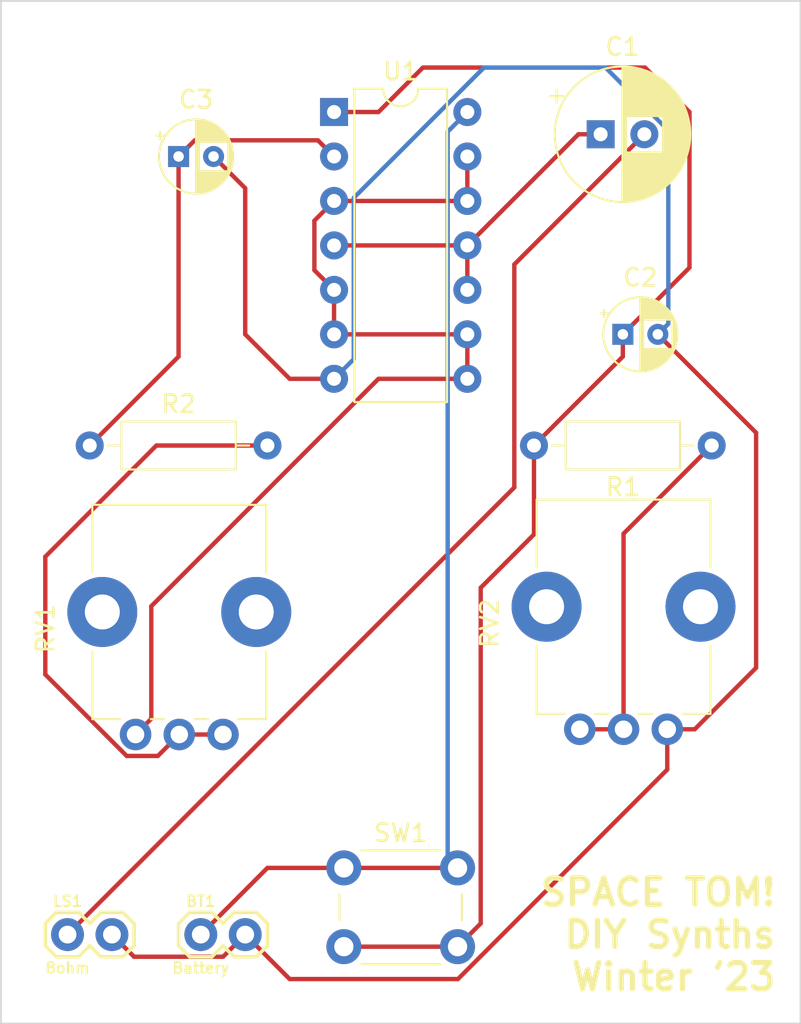
<source format=kicad_pcb>
(kicad_pcb (version 20211014) (generator pcbnew)
  (layers (0 "F.Cu" signal) (31 "B.Cu" signal) (34 "B.Paste" user) (35 "F.Paste" user) (36 "B.SilkS" user "B.Silkscreen") (37 "F.SilkS" user "F.Silkscreen") (38 "B.Mask" user) (39 "F.Mask" user) (44 "Edge.Cuts" user))
  (net 0 "")
  (net 1 "VCC")
  (net 2 "GND")
  (net 3 "Net-(C1-Pad1)")
  (net 4 "Net-(C1-Pad2)")
  (net 5 "Net-(C2-Pad1)")
  (net 6 "Net-(C3-Pad1)")
  (net 7 "Net-(R1-Pad1)")
  (net 8 "Net-(R2-Pad2)")
  (net 9 "Net-(RV1-Pad3)")
  (footprint "Sparkfun_Connectors:1X02" (layer "F.Cu") (at 105.41 78.74)
    (fp_text reference "LS1" (at 0 -1.905) (layer "F.SilkS") (effects (font (size 0.6096 0.6096) (thickness 0.127))))
    (fp_text value "8ohm" (at 0 1.905) (layer "F.SilkS") (effects (font (size 0.6096 0.6096) (thickness 0.127))))
    (fp_line (start 1.905 -1.27) (end 3.175 -1.27) (layer "F.SilkS") (width 0.2032))
    (fp_line (start -1.27 -0.635) (end -1.27 0.635) (layer "F.SilkS") (width 0.2032))
    (fp_line (start 3.175 -1.27) (end 3.81 -0.635) (layer "F.SilkS") (width 0.2032))
    (fp_line (start 0.635 1.27) (end -0.635 1.27) (layer "F.SilkS") (width 0.2032))
    (fp_line (start 3.81 -0.635) (end 3.81 0.635) (layer "F.SilkS") (width 0.2032))
    (fp_line (start 1.27 0.635) (end 0.635 1.27) (layer "F.SilkS") (width 0.2032))
    (fp_line (start -0.635 -1.27) (end -1.27 -0.635) (layer "F.SilkS") (width 0.2032))
    (fp_line (start 1.27 -0.635) (end 1.905 -1.27) (layer "F.SilkS") (width 0.2032))
    (fp_line (start 3.81 0.635) (end 3.175 1.27) (layer "F.SilkS") (width 0.2032))
    (fp_line (start -0.635 -1.27) (end 0.635 -1.27) (layer "F.SilkS") (width 0.2032))
    (fp_line (start -1.27 0.635) (end -0.635 1.27) (layer "F.SilkS") (width 0.2032))
    (fp_line (start 1.905 1.27) (end 1.27 0.635) (layer "F.SilkS") (width 0.2032))
    (fp_line (start 3.175 1.27) (end 1.905 1.27) (layer "F.SilkS") (width 0.2032))
    (fp_line (start 0.635 -1.27) (end 1.27 -0.635) (layer "F.SilkS") (width 0.2032))
    (pad "1" thru_hole circle locked (at 0 0) (size 1.8796 1.8796) (drill 1.016) (layers *.Cu *.Mask) (net 4 "Net-(C1-Pad2)"))
    (pad "2" thru_hole circle locked (at 2.54 0) (size 1.8796 1.8796) (drill 1.016) (layers *.Cu *.Mask) (net 2 "GND"))
  )
  (footprint "Potentiometer_THT:Potentiometer_Bourns_PTV09A-1_Single_Vertical" (layer "F.Cu") (at 114.3 67.31 90)
    (fp_text reference "RV1" (at 6.05 -10.15 90) (layer "F.SilkS"))
    (fp_text value "100k")
    (fp_line (start 0.88 -1.629) (end 0.88 -0.87) (layer "F.SilkS") (width 0.12))
    (fp_line (start 13.12 -7.47) (end 13.12 2.47) (layer "F.SilkS") (width 0.12))
    (fp_line (start 0.88 -7.47) (end 4.745 -7.47) (layer "F.SilkS") (width 0.12))
    (fp_line (start 9.255 -7.47) (end 13.12 -7.47) (layer "F.SilkS") (width 0.12))
    (fp_line (start 0.88 -7.47) (end 0.88 -5.871) (layer "F.SilkS") (width 0.12))
    (fp_line (start 9.255 2.47) (end 13.12 2.47) (layer "F.SilkS") (width 0.12))
    (fp_line (start 0.88 0.87) (end 0.88 2.47) (layer "F.SilkS") (width 0.12))
    (fp_line (start 0.88 2.47) (end 4.745 2.47) (layer "F.SilkS") (width 0.12))
    (fp_line (start 0.88 -4.129) (end 0.88 -3.37) (layer "F.SilkS") (width 0.12))
    (pad "" np_thru_hole circle (at 7 1.9 90) (size 4 4) (drill 2) (layers *.Cu *.Mask))
    (pad "" np_thru_hole circle (at 7 -6.9 90) (size 4 4) (drill 2) (layers *.Cu *.Mask))
    (pad "1" thru_hole circle (at 0 0 90) (size 1.8 1.8) (drill 1) (layers *.Cu *.Mask) (net 8 "Net-(R2-Pad2)"))
    (pad "2" thru_hole circle (at 0 -2.5 90) (size 1.8 1.8) (drill 1) (layers *.Cu *.Mask) (net 8 "Net-(R2-Pad2)"))
    (pad "3" thru_hole circle (at 0 -5 90) (size 1.8 1.8) (drill 1) (layers *.Cu *.Mask) (net 9 "Net-(RV1-Pad3)"))
  )
  (footprint "Resistor_THT:R_Axial_DIN0207_L6.3mm_D2.5mm_P10.16mm_Horizontal" (layer "F.Cu") (at 142.24 50.8 180)
    (fp_text reference "R1" (at 5.08 -2.37) (layer "F.SilkS"))
    (fp_text value "1k")
    (fp_line (start 1.81 1.37) (end 8.35 1.37) (layer "F.SilkS") (width 0.12))
    (fp_line (start 1.04 0) (end 1.81 0) (layer "F.SilkS") (width 0.12))
    (fp_line (start 8.35 1.37) (end 8.35 -1.37) (layer "F.SilkS") (width 0.12))
    (fp_line (start 1.81 -1.37) (end 1.81 1.37) (layer "F.SilkS") (width 0.12))
    (fp_line (start 8.35 -1.37) (end 1.81 -1.37) (layer "F.SilkS") (width 0.12))
    (fp_line (start 9.12 0) (end 8.35 0) (layer "F.SilkS") (width 0.12))
    (pad "1" thru_hole circle (at 0 0 180) (size 1.6 1.6) (drill 0.8) (layers *.Cu *.Mask) (net 7 "Net-(R1-Pad1)"))
    (pad "2" thru_hole oval (at 10.16 0 180) (size 1.6 1.6) (drill 0.8) (layers *.Cu *.Mask) (net 5 "Net-(C2-Pad1)"))
  )
  (footprint "Capacitor_THT:CP_Radial_D4.0mm_P2.00mm" (layer "F.Cu") (at 137.16 44.45)
    (fp_text reference "C2" (at 1 -3.25) (layer "F.SilkS"))
    (fp_text value "10uF")
    (fp_line (start 2.241 0.84) (end 2.241 1.68) (layer "F.SilkS") (width 0.12))
    (fp_line (start 2.721 -1.2) (end 2.721 -0.84) (layer "F.SilkS") (width 0.12))
    (fp_line (start 1.52 0.84) (end 1.52 2.016) (layer "F.SilkS") (width 0.12))
    (fp_line (start 2.481 0.84) (end 2.481 1.478) (layer "F.SilkS") (width 0.12))
    (fp_line (start 2.561 0.84) (end 2.561 1.396) (layer "F.SilkS") (width 0.12))
    (fp_line (start 1.08 -2.079) (end 1.08 2.079) (layer "F.SilkS") (width 0.12))
    (fp_line (start 2.641 -1.304) (end 2.641 -0.84) (layer "F.SilkS") (width 0.12))
    (fp_line (start 1.841 -1.907) (end 1.841 -0.84) (layer "F.SilkS") (width 0.12))
    (fp_line (start 2.561 -1.396) (end 2.561 -0.84) (layer "F.SilkS") (width 0.12))
    (fp_line (start 1.36 -2.05) (end 1.36 -0.84) (layer "F.SilkS") (width 0.12))
    (fp_line (start 1.921 0.84) (end 1.921 1.87) (layer "F.SilkS") (width 0.12))
    (fp_line (start 1.6 -1.994) (end 1.6 -0.84) (layer "F.SilkS") (width 0.12))
    (fp_line (start 1.44 0.84) (end 1.44 2.034) (layer "F.SilkS") (width 0.12))
    (fp_line (start 1.56 0.84) (end 1.56 2.005) (layer "F.SilkS") (width 0.12))
    (fp_line (start 2.361 -1.587) (end 2.361 -0.84) (layer "F.SilkS") (width 0.12))
    (fp_line (start 1.4 0.84) (end 1.4 2.042) (layer "F.SilkS") (width 0.12))
    (fp_line (start 2.081 0.84) (end 2.081 1.785) (layer "F.SilkS") (width 0.12))
    (fp_line (start 1.721 -1.954) (end 1.721 -0.84) (layer "F.SilkS") (width 0.12))
    (fp_line (start 2.841 -1.013) (end 2.841 1.013) (layer "F.SilkS") (width 0.12))
    (fp_line (start 1.921 -1.87) (end 1.921 -0.84) (layer "F.SilkS") (width 0.12))
    (fp_line (start 2.521 -1.438) (end 2.521 -0.84) (layer "F.SilkS") (width 0.12))
    (fp_line (start 2.401 0.84) (end 2.401 1.552) (layer "F.SilkS") (width 0.12))
    (fp_line (start 2.761 -1.142) (end 2.761 -0.84) (layer "F.SilkS") (width 0.12))
    (fp_line (start 1.32 -2.056) (end 1.32 -0.84) (layer "F.SilkS") (width 0.12))
    (fp_line (start 2.161 -1.735) (end 2.161 -0.84) (layer "F.SilkS") (width 0.12))
    (fp_line (start 1.48 -2.025) (end 1.48 -0.84) (layer "F.SilkS") (width 0.12))
    (fp_line (start 1.44 -2.034) (end 1.44 -0.84) (layer "F.SilkS") (width 0.12))
    (fp_line (start 1.961 -1.851) (end 1.961 -0.84) (layer "F.SilkS") (width 0.12))
    (fp_line (start 2.801 0.84) (end 2.801 1.08) (layer "F.SilkS") (width 0.12))
    (fp_line (start 2.121 0.84) (end 2.121 1.76) (layer "F.SilkS") (width 0.12))
    (fp_line (start 2.161 0.84) (end 2.161 1.735) (layer "F.SilkS") (width 0.12))
    (fp_line (start 2.401 -1.552) (end 2.401 -0.84) (layer "F.SilkS") (width 0.12))
    (fp_line (start 2.081 -1.785) (end 2.081 -0.84) (layer "F.SilkS") (width 0.12))
    (fp_line (start 1.36 0.84) (end 1.36 2.05) (layer "F.SilkS") (width 0.12))
    (fp_line (start 2.241 -1.68) (end 2.241 -0.84) (layer "F.SilkS") (width 0.12))
    (fp_line (start 2.801 -1.08) (end 2.801 -0.84) (layer "F.SilkS") (width 0.12))
    (fp_line (start 1.24 0.84) (end 1.24 2.067) (layer "F.SilkS") (width 0.12))
    (fp_line (start 1.4 -2.042) (end 1.4 -0.84) (layer "F.SilkS") (width 0.12))
    (fp_line (start 2.761 0.84) (end 2.761 1.142) (layer "F.SilkS") (width 0.12))
    (fp_line (start 1.24 -2.067) (end 1.24 -0.84) (layer "F.SilkS") (width 0.12))
    (fp_line (start 2.441 -1.516) (end 2.441 -0.84) (layer "F.SilkS") (width 0.12))
    (fp_line (start 2.361 0.84) (end 2.361 1.587) (layer "F.SilkS") (width 0.12))
    (fp_line (start 2.601 0.84) (end 2.601 1.351) (layer "F.SilkS") (width 0.12))
    (fp_line (start 2.521 0.84) (end 2.521 1.438) (layer "F.SilkS") (width 0.12))
    (fp_line (start 1.2 -2.071) (end 1.2 -0.84) (layer "F.SilkS") (width 0.12))
    (fp_line (start 1.761 0.84) (end 1.761 1.94) (layer "F.SilkS") (width 0.12))
    (fp_line (start 2.281 0.84) (end 2.281 1.65) (layer "F.SilkS") (width 0.12))
    (fp_line (start 1.68 0.84) (end 1.68 1.968) (layer "F.SilkS") (width 0.12))
    (fp_line (start 2.041 0.84) (end 2.041 1.808) (layer "F.SilkS") (width 0.12))
    (fp_line (start 1.12 -2.077) (end 1.12 2.077) (layer "F.SilkS") (width 0.12))
    (fp_line (start 2.881 -0.94) (end 2.881 0.94) (layer "F.SilkS") (width 0.12))
    (fp_line (start 2.681 -1.254) (end 2.681 -0.84) (layer "F.SilkS") (width 0.12))
    (fp_line (start 2.201 -1.708) (end 2.201 -0.84) (layer "F.SilkS") (width 0.12))
    (fp_line (start 1.28 -2.062) (end 1.28 -0.84) (layer "F.SilkS") (width 0.12))
    (fp_line (start 1.961 0.84) (end 1.961 1.851) (layer "F.SilkS") (width 0.12))
    (fp_line (start 2.681 0.84) (end 2.681 1.254) (layer "F.SilkS") (width 0.12))
    (fp_line (start 2.921 -0.859) (end 2.921 0.859) (layer "F.SilkS") (width 0.12))
    (fp_line (start 1.881 -1.889) (end 1.881 -0.84) (layer "F.SilkS") (width 0.12))
    (fp_line (start 2.601 -1.351) (end 2.601 -0.84) (layer "F.SilkS") (width 0.12))
    (fp_line (start 1.881 0.84) (end 1.881 1.889) (layer "F.SilkS") (width 0.12))
    (fp_line (start 2.201 0.84) (end 2.201 1.708) (layer "F.SilkS") (width 0.12))
    (fp_line (start 2.041 -1.808) (end 2.041 -0.84) (layer "F.SilkS") (width 0.12))
    (fp_line (start 1.2 0.84) (end 1.2 2.071) (layer "F.SilkS") (width 0.12))
    (fp_line (start 1.16 -2.074) (end 1.16 2.074) (layer "F.SilkS") (width 0.12))
    (fp_line (start 1 -2.08) (end 1 2.08) (layer "F.SilkS") (width 0.12))
    (fp_line (start 1.6 0.84) (end 1.6 1.994) (layer "F.SilkS") (width 0.12))
    (fp_line (start 2.001 0.84) (end 2.001 1.83) (layer "F.SilkS") (width 0.12))
    (fp_line (start 3.001 -0.664) (end 3.001 0.664) (layer "F.SilkS") (width 0.12))
    (fp_line (start 1.28 0.84) (end 1.28 2.062) (layer "F.SilkS") (width 0.12))
    (fp_line (start 1.56 -2.005) (end 1.56 -0.84) (layer "F.SilkS") (width 0.12))
    (fp_line (start 1.64 0.84) (end 1.64 1.982) (layer "F.SilkS") (width 0.12))
    (fp_line (start 2.961 -0.768) (end 2.961 0.768) (layer "F.SilkS") (width 0.12))
    (fp_line (start -1.269801 -1.195) (end -0.869801 -1.195) (layer "F.SilkS") (width 0.12))
    (fp_line (start 1.04 -2.08) (end 1.04 2.08) (layer "F.SilkS") (width 0.12))
    (fp_line (start 2.441 0.84) (end 2.441 1.516) (layer "F.SilkS") (width 0.12))
    (fp_line (start 2.721 0.84) (end 2.721 1.2) (layer "F.SilkS") (width 0.12))
    (fp_line (start 2.321 0.84) (end 2.321 1.619) (layer "F.SilkS") (width 0.12))
    (fp_line (start 1.64 -1.982) (end 1.64 -0.84) (layer "F.SilkS") (width 0.12))
    (fp_line (start 1.721 0.84) (end 1.721 1.954) (layer "F.SilkS") (width 0.12))
    (fp_line (start 1.52 -2.016) (end 1.52 -0.84) (layer "F.SilkS") (width 0.12))
    (fp_line (start 1.48 0.84) (end 1.48 2.025) (layer "F.SilkS") (width 0.12))
    (fp_line (start 2.001 -1.83) (end 2.001 -0.84) (layer "F.SilkS") (width 0.12))
    (fp_line (start 2.481 -1.478) (end 2.481 -0.84) (layer "F.SilkS") (width 0.12))
    (fp_line (start 1.68 -1.968) (end 1.68 -0.84) (layer "F.SilkS") (width 0.12))
    (fp_line (start 3.081 -0.37) (end 3.081 0.37) (layer "F.SilkS") (width 0.12))
    (fp_line (start 2.281 -1.65) (end 2.281 -0.84) (layer "F.SilkS") (width 0.12))
    (fp_line (start -1.069801 -1.395) (end -1.069801 -0.995) (layer "F.SilkS") (width 0.12))
    (fp_line (start 2.121 -1.76) (end 2.121 -0.84) (layer "F.SilkS") (width 0.12))
    (fp_line (start 1.801 -1.924) (end 1.801 -0.84) (layer "F.SilkS") (width 0.12))
    (fp_line (start 3.041 -0.537) (end 3.041 0.537) (layer "F.SilkS") (width 0.12))
    (fp_line (start 1.801 0.84) (end 1.801 1.924) (layer "F.SilkS") (width 0.12))
    (fp_line (start 2.321 -1.619) (end 2.321 -0.84) (layer "F.SilkS") (width 0.12))
    (fp_line (start 1.32 0.84) (end 1.32 2.056) (layer "F.SilkS") (width 0.12))
    (fp_line (start 1.841 0.84) (end 1.841 1.907) (layer "F.SilkS") (width 0.12))
    (fp_line (start 1.761 -1.94) (end 1.761 -0.84) (layer "F.SilkS") (width 0.12))
    (fp_line (start 2.641 0.84) (end 2.641 1.304) (layer "F.SilkS") (width 0.12))
    (fp_circle (center 1 0) (end 3.12 0) (layer "F.SilkS") (width 0.12) (fill none))
    (pad "1" thru_hole rect (at 0 0) (size 1.2 1.2) (drill 0.6) (layers *.Cu *.Mask) (net 5 "Net-(C2-Pad1)"))
    (pad "2" thru_hole circle (at 2 0) (size 1.2 1.2) (drill 0.6) (layers *.Cu *.Mask) (net 2 "GND"))
  )
  (footprint "Potentiometer_THT:Potentiometer_Bourns_PTV09A-1_Single_Vertical" (layer "F.Cu") (at 139.7 67.01 90)
    (fp_text reference "RV2" (at 6.05 -10.15 90) (layer "F.SilkS"))
    (fp_text value "100k")
    (fp_line (start 0.88 -1.629) (end 0.88 -0.87) (layer "F.SilkS") (width 0.12))
    (fp_line (start 9.255 2.47) (end 13.12 2.47) (layer "F.SilkS") (width 0.12))
    (fp_line (start 0.88 -7.47) (end 4.745 -7.47) (layer "F.SilkS") (width 0.12))
    (fp_line (start 0.88 2.47) (end 4.745 2.47) (layer "F.SilkS") (width 0.12))
    (fp_line (start 13.12 -7.47) (end 13.12 2.47) (layer "F.SilkS") (width 0.12))
    (fp_line (start 0.88 -4.129) (end 0.88 -3.37) (layer "F.SilkS") (width 0.12))
    (fp_line (start 0.88 0.87) (end 0.88 2.47) (layer "F.SilkS") (width 0.12))
    (fp_line (start 0.88 -7.47) (end 0.88 -5.871) (layer "F.SilkS") (width 0.12))
    (fp_line (start 9.255 -7.47) (end 13.12 -7.47) (layer "F.SilkS") (width 0.12))
    (pad "" np_thru_hole circle (at 7 1.9 90) (size 4 4) (drill 2) (layers *.Cu *.Mask))
    (pad "" np_thru_hole circle (at 7 -6.9 90) (size 4 4) (drill 2) (layers *.Cu *.Mask))
    (pad "1" thru_hole circle (at 0 0 90) (size 1.8 1.8) (drill 1) (layers *.Cu *.Mask) (net 2 "GND"))
    (pad "2" thru_hole circle (at 0 -2.5 90) (size 1.8 1.8) (drill 1) (layers *.Cu *.Mask) (net 7 "Net-(R1-Pad1)"))
    (pad "3" thru_hole circle (at 0 -5 90) (size 1.8 1.8) (drill 1) (layers *.Cu *.Mask) (net 7 "Net-(R1-Pad1)"))
  )
  (footprint "Resistor_THT:R_Axial_DIN0207_L6.3mm_D2.5mm_P10.16mm_Horizontal" (layer "F.Cu") (at 106.68 50.8)
    (fp_text reference "R2" (at 5.08 -2.37) (layer "F.SilkS"))
    (fp_text value "1k")
    (fp_line (start 1.04 0) (end 1.81 0) (layer "F.SilkS") (width 0.12))
    (fp_line (start 1.81 1.37) (end 8.35 1.37) (layer "F.SilkS") (width 0.12))
    (fp_line (start 8.35 -1.37) (end 1.81 -1.37) (layer "F.SilkS") (width 0.12))
    (fp_line (start 8.35 1.37) (end 8.35 -1.37) (layer "F.SilkS") (width 0.12))
    (fp_line (start 9.12 0) (end 8.35 0) (layer "F.SilkS") (width 0.12))
    (fp_line (start 1.81 -1.37) (end 1.81 1.37) (layer "F.SilkS") (width 0.12))
    (pad "1" thru_hole circle (at 0 0) (size 1.6 1.6) (drill 0.8) (layers *.Cu *.Mask) (net 6 "Net-(C3-Pad1)"))
    (pad "2" thru_hole oval (at 10.16 0) (size 1.6 1.6) (drill 0.8) (layers *.Cu *.Mask) (net 8 "Net-(R2-Pad2)"))
  )
  (footprint "Capacitor_THT:CP_Radial_D7.5mm_P2.50mm" (layer "F.Cu") (at 135.89 33.02)
    (fp_text reference "C1" (at 1.25 -5) (layer "F.SilkS"))
    (fp_text value "100uf+")
    (fp_line (start 3.771 -2.898) (end 3.771 2.898) (layer "F.SilkS") (width 0.12))
    (fp_line (start 2.291 -3.688) (end 2.291 -1.04) (layer "F.SilkS") (width 0.12))
    (fp_line (start 1.85 -3.784) (end 1.85 -1.04) (layer "F.SilkS") (width 0.12))
    (fp_line (start 1.81 -3.79) (end 1.81 -1.04) (layer "F.SilkS") (width 0.12))
    (fp_line (start 3.811 -2.863) (end 3.811 2.863) (layer "F.SilkS") (width 0.12))
    (fp_line (start 2.571 -3.598) (end 2.571 -1.04) (layer "F.SilkS") (width 0.12))
    (fp_line (start 1.77 1.04) (end 1.77 3.795) (layer "F.SilkS") (width 0.12))
    (fp_line (start 2.011 -3.755) (end 2.011 -1.04) (layer "F.SilkS") (width 0.12))
    (fp_line (start 2.971 -3.427) (end 2.971 -1.04) (layer "F.SilkS") (width 0.12))
    (fp_line (start 2.691 1.04) (end 2.691 3.553) (layer "F.SilkS") (width 0.12))
    (fp_line (start 4.171 -2.5) (end 4.171 2.5) (layer "F.SilkS") (width 0.12))
    (fp_line (start 2.731 1.04) (end 2.731 3.536) (layer "F.SilkS") (width 0.12))
    (fp_line (start 3.331 1.04) (end 3.331 3.224) (layer "F.SilkS") (width 0.12))
    (fp_line (start 1.57 1.04) (end 1.57 3.817) (layer "F.SilkS") (width 0.12))
    (fp_line (start 1.93 -3.77) (end 1.93 -1.04) (layer "F.SilkS") (width 0.12))
    (fp_line (start 2.331 1.04) (end 2.331 3.677) (layer "F.SilkS") (width 0.12))
    (fp_line (start 3.651 -2.996) (end 3.651 2.996) (layer "F.SilkS") (width 0.12))
    (fp_line (start 4.811 -1.478) (end 4.811 1.478) (layer "F.SilkS") (width 0.12))
    (fp_line (start 4.491 -2.077) (end 4.491 2.077) (layer "F.SilkS") (width 0.12))
    (fp_line (start 4.051 -2.632) (end 4.051 2.632) (layer "F.SilkS") (width 0.12))
    (fp_line (start 2.011 1.04) (end 2.011 3.755) (layer "F.SilkS") (width 0.12))
    (fp_line (start 3.851 -2.827) (end 3.851 2.827) (layer "F.SilkS") (width 0.12))
    (fp_line (start 3.491 1.04) (end 3.491 3.116) (layer "F.SilkS") (width 0.12))
    (fp_line (start 4.451 -2.137) (end 4.451 2.137) (layer "F.SilkS") (width 0.12))
    (fp_line (start 2.931 1.04) (end 2.931 3.447) (layer "F.SilkS") (width 0.12))
    (fp_line (start 3.051 -3.386) (end 3.051 -1.04) (layer "F.SilkS") (width 0.12))
    (fp_line (start 3.931 -2.752) (end 3.931 2.752) (layer "F.SilkS") (width 0.12))
    (fp_line (start 2.091 1.04) (end 2.091 3.738) (layer "F.SilkS") (width 0.12))
    (fp_line (start 4.291 -2.355) (end 4.291 2.355) (layer "F.SilkS") (width 0.12))
    (fp_line (start 1.65 1.04) (end 1.65 3.81) (layer "F.SilkS") (width 0.12))
    (fp_line (start 2.131 1.04) (end 2.131 3.729) (layer "F.SilkS") (width 0.12))
    (fp_line (start 3.291 -3.249) (end 3.291 -1.04) (layer "F.SilkS") (width 0.12))
    (fp_line (start 2.771 1.04) (end 2.771 3.52) (layer "F.SilkS") (width 0.12))
    (fp_line (start 2.971 1.04) (end 2.971 3.427) (layer "F.SilkS") (width 0.12))
    (fp_line (start 4.011 -2.673) (end 4.011 2.673) (layer "F.SilkS") (width 0.12))
    (fp_line (start 3.331 -3.224) (end 3.331 -1.04) (layer "F.SilkS") (width 0.12))
    (fp_line (start 2.451 -3.64) (end 2.451 -1.04) (layer "F.SilkS") (width 0.12))
    (fp_line (start 3.451 -3.144) (end 3.451 -1.04) (layer "F.SilkS") (width 0.12))
    (fp_line (start 3.411 1.04) (end 3.411 3.172) (layer "F.SilkS") (width 0.12))
    (fp_line (start 4.771 -1.569) (end 4.771 1.569) (layer "F.SilkS") (width 0.12))
    (fp_line (start 2.331 -3.677) (end 2.331 -1.04) (layer "F.SilkS") (width 0.12))
    (fp_line (start 3.371 1.04) (end 3.371 3.198) (layer "F.SilkS") (width 0.12))
    (fp_line (start 2.811 -3.502) (end 2.811 -1.04) (layer "F.SilkS") (width 0.12))
    (fp_line (start 3.971 -2.713) (end 3.971 2.713) (layer "F.SilkS") (width 0.12))
    (fp_line (start 3.251 -3.274) (end 3.251 -1.04) (layer "F.SilkS") (width 0.12))
    (fp_line (start 2.731 -3.536) (end 2.731 -1.04) (layer "F.SilkS") (width 0.12))
    (fp_line (start 2.051 -3.747) (end 2.051 -1.04) (layer "F.SilkS") (width 0.12))
    (fp_line (start 4.971 -1.028) (end 4.971 1.028) (layer "F.SilkS") (width 0.12))
    (fp_line (start 2.531 1.04) (end 2.531 3.613) (layer "F.SilkS") (width 0.12))
    (fp_line (start 4.731 -1.654) (end 4.731 1.654) (layer "F.SilkS") (width 0.12))
    (fp_line (start 2.691 -3.553) (end 2.691 -1.04) (layer "F.SilkS") (width 0.12))
    (fp_line (start 2.211 1.04) (end 2.211 3.71) (layer "F.SilkS") (width 0.12))
    (fp_line (start 1.61 -3.814) (end 1.61 -1.04) (layer "F.SilkS") (width 0.12))
    (fp_line (start 3.211 -3.297) (end 3.211 -1.04) (layer "F.SilkS") (width 0.12))
    (fp_line (start 2.571 1.04) (end 2.571 3.598) (layer "F.SilkS") (width 0.12))
    (fp_line (start 1.73 1.04) (end 1.73 3.801) (layer "F.SilkS") (width 0.12))
    (fp_line (start 2.411 1.04) (end 2.411 3.653) (layer "F.SilkS") (width 0.12))
    (fp_line (start 5.091 -0.441) (end 5.091 0.441) (layer "F.SilkS") (width 0.12))
    (fp_line (start 4.251 -2.405) (end 4.251 2.405) (layer "F.SilkS") (width 0.12))
    (fp_line (start 1.25 -3.83) (end 1.25 3.83) (layer "F.SilkS") (width 0.12))
    (fp_line (start 2.371 1.04) (end 2.371 3.665) (layer "F.SilkS") (width 0.12))
    (fp_line (start 3.531 1.04) (end 3.531 3.088) (layer "F.SilkS") (width 0.12))
    (fp_line (start 1.971 1.04) (end 1.971 3.763) (layer "F.SilkS") (width 0.12))
    (fp_line (start 4.691 -1.733) (end 4.691 1.733) (layer "F.SilkS") (width 0.12))
    (fp_line (start 3.691 -2.964) (end 3.691 2.964) (layer "F.SilkS") (width 0.12))
    (fp_line (start 3.011 1.04) (end 3.011 3.407) (layer "F.SilkS") (width 0.12))
    (fp_line (start 1.89 1.04) (end 1.89 3.777) (layer "F.SilkS") (width 0.12))
    (fp_line (start 2.251 1.04) (end 2.251 3.699) (layer "F.SilkS") (width 0.12))
    (fp_line (start 1.971 -3.763) (end 1.971 -1.04) (layer "F.SilkS") (width 0.12))
    (fp_line (start 1.77 -3.795) (end 1.77 -1.04) (layer "F.SilkS") (width 0.12))
    (fp_line (start 2.291 1.04) (end 2.291 3.688) (layer "F.SilkS") (width 0.12))
    (fp_line (start 2.251 -3.699) (end 2.251 -1.04) (layer "F.SilkS") (width 0.12))
    (fp_line (start 1.29 -3.83) (end 1.29 3.83) (layer "F.SilkS") (width 0.12))
    (fp_line (start 3.091 -3.365) (end 3.091 -1.04) (layer "F.SilkS") (width 0.12))
    (fp_line (start 3.531 -3.088) (end 3.531 -1.04) (layer "F.SilkS") (width 0.12))
    (fp_line (start 2.451 1.04) (end 2.451 3.64) (layer "F.SilkS") (width 0.12))
    (fp_line (start 3.371 -3.198) (end 3.371 -1.04) (layer "F.SilkS") (width 0.12))
    (fp_line (start 4.131 -2.546) (end 4.131 2.546) (layer "F.SilkS") (width 0.12))
    (fp_line (start 5.051 -0.693) (end 5.051 0.693) (layer "F.SilkS") (width 0.12))
    (fp_line (start 2.371 -3.665) (end 2.371 -1.04) (layer "F.SilkS") (width 0.12))
    (fp_line (start 1.85 1.04) (end 1.85 3.784) (layer "F.SilkS") (width 0.12))
    (fp_line (start 2.131 -3.729) (end 2.131 -1.04) (layer "F.SilkS") (width 0.12))
    (fp_line (start 3.131 -3.343) (end 3.131 -1.04) (layer "F.SilkS") (width 0.12))
    (fp_line (start 2.171 -3.72) (end 2.171 -1.04) (layer "F.SilkS") (width 0.12))
    (fp_line (start 3.051 1.04) (end 3.051 3.386) (layer "F.SilkS") (width 0.12))
    (fp_line (start 4.931 -1.158) (end 4.931 1.158) (layer "F.SilkS") (width 0.12))
    (fp_line (start 3.291 1.04) (end 3.291 3.249) (layer "F.SilkS") (width 0.12))
    (fp_line (start 4.651 -1.809) (end 4.651 1.809) (layer "F.SilkS") (width 0.12))
    (fp_line (start 2.891 1.04) (end 2.891 3.466) (layer "F.SilkS") (width 0.12))
    (fp_line (start 2.051 1.04) (end 2.051 3.747) (layer "F.SilkS") (width 0.12))
    (fp_line (start 1.53 -3.82) (end 1.53 -1.04) (layer "F.SilkS") (width 0.12))
    (fp_line (start 3.411 -3.172) (end 3.411 -1.04) (layer "F.SilkS") (width 0.12))
    (fp_line (start 2.611 -3.584) (end 2.611 -1.04) (layer "F.SilkS") (width 0.12))
    (fp_line (start 3.171 1.04) (end 3.171 3.321) (layer "F.SilkS") (width 0.12))
    (fp_line (start 2.851 -3.484) (end 2.851 -1.04) (layer "F.SilkS") (width 0.12))
    (fp_line (start 2.091 -3.738) (end 2.091 -1.04) (layer "F.SilkS") (width 0.12))
    (fp_line (start 2.811 1.04) (end 2.811 3.502) (layer "F.SilkS") (width 0.12))
    (fp_line (start 2.211 -3.71) (end 2.211 -1.04) (layer "F.SilkS") (width 0.12))
    (fp_line (start 4.611 -1.881) (end 4.611 1.881) (layer "F.SilkS") (width 0.12))
    (fp_line (start 1.41 -3.827) (end 1.41 3.827) (layer "F.SilkS") (width 0.12))
    (fp_line (start 1.89 -3.777) (end 1.89 -1.04) (layer "F.SilkS") (width 0.12))
    (fp_line (start 4.371 -2.25) (end 4.371 2.25) (layer "F.SilkS") (width 0.12))
    (fp_line (start 1.49 1.04) (end 1.49 3.823) (layer "F.SilkS") (width 0.12))
    (fp_line (start 4.331 -2.304) (end 4.331 2.304) (layer "F.SilkS") (width 0.12))
    (fp_line (start 2.891 -3.466) (end 2.891 -1.04) (layer "F.SilkS") (width 0.12))
    (fp_line (start 1.69 1.04) (end 1.69 3.805) (layer "F.SilkS") (width 0.12))
    (fp_line (start 1.93 1.04) (end 1.93 3.77) (layer "F.SilkS") (width 0.12))
    (fp_line (start 2.771 -3.52) (end 2.771 -1.04) (layer "F.SilkS") (width 0.12))
    (fp_line (start 4.571 -1.949) (end 4.571 1.949) (layer "F.SilkS") (width 0.12))
    (fp_line (start 3.171 -3.321) (end 3.171 -1.04) (layer "F.SilkS") (width 0.12))
    (fp_line (start 2.851 1.04) (end 2.851 3.484) (layer "F.SilkS") (width 0.12))
    (fp_line (start -2.892211 -2.175) (end -2.142211 -2.175) (layer "F.SilkS") (width 0.12))
    (fp_line (start 3.611 -3.028) (end 3.611 3.028) (layer "F.SilkS") (width 0.12))
    (fp_line (start 3.131 1.04) (end 3.131 3.343) (layer "F.SilkS") (width 0.12))
    (fp_line (start 2.491 -3.626) (end 2.491 -1.04) (layer "F.SilkS") (width 0.12))
    (fp_line (start 3.731 -2.931) (end 3.731 2.931) (layer "F.SilkS") (width 0.12))
    (fp_line (start 1.45 -3.825) (end 1.45 3.825) (layer "F.SilkS") (width 0.12))
    (fp_line (start 4.211 -2.454) (end 4.211 2.454) (layer "F.SilkS") (width 0.12))
    (fp_line (start 4.531 -2.014) (end 4.531 2.014) (layer "F.SilkS") (width 0.12))
    (fp_line (start 3.571 -3.058) (end 3.571 3.058) (layer "F.SilkS") (width 0.12))
    (fp_line (start 3.251 1.04) (end 3.251 3.274) (layer "F.SilkS") (width 0.12))
    (fp_line (start 4.851 -1.381) (end 4.851 1.381) (layer "F.SilkS") (width 0.12))
    (fp_line (start 2.651 1.04) (end 2.651 3.568) (layer "F.SilkS") (width 0.12))
    (fp_line (start 1.81 1.04) (end 1.81 3.79) (layer "F.SilkS") (width 0.12))
    (fp_line (start 2.411 -3.653) (end 2.411 -1.04) (layer "F.SilkS") (width 0.12))
    (fp_line (start 1.61 1.04) (end 1.61 3.814) (layer "F.SilkS") (width 0.12))
    (fp_line (start 3.091 1.04) (end 3.091 3.365) (layer "F.SilkS") (width 0.12))
    (fp_line (start 4.411 -2.195) (end 4.411 2.195) (layer "F.SilkS") (width 0.12))
    (fp_line (start 2.651 -3.568) (end 2.651 -1.04) (layer "F.SilkS") (width 0.12))
    (fp_line (start 1.37 -3.829) (end 1.37 3.829) (layer "F.SilkS") (width 0.12))
    (fp_line (start 4.891 -1.275) (end 4.891 1.275) (layer "F.SilkS") (width 0.12))
    (fp_line (start 1.33 -3.83) (end 1.33 3.83) (layer "F.SilkS") (width 0.12))
    (fp_line (start 1.57 -3.817) (end 1.57 -1.04) (layer "F.SilkS") (width 0.12))
    (fp_line (start 3.451 1.04) (end 3.451 3.144) (layer "F.SilkS") (width 0.12))
    (fp_line (start -2.517211 -2.55) (end -2.517211 -1.8) (layer "F.SilkS") (width 0.12))
    (fp_line (start 1.73 -3.801) (end 1.73 -1.04) (layer "F.SilkS") (width 0.12))
    (fp_line (start 1.69 -3.805) (end 1.69 -1.04) (layer "F.SilkS") (width 0.12))
    (fp_line (start 3.891 -2.79) (end 3.891 2.79) (layer "F.SilkS") (width 0.12))
    (fp_line (start 2.531 -3.613) (end 2.531 -1.04) (layer "F.SilkS") (width 0.12))
    (fp_line (start 1.65 -3.81) (end 1.65 -1.04) (layer "F.SilkS") (width 0.12))
    (fp_line (start 2.491 1.04) (end 2.491 3.626) (layer "F.SilkS") (width 0.12))
    (fp_line (start 4.091 -2.589) (end 4.091 2.589) (layer "F.SilkS") (width 0.12))
    (fp_line (start 3.491 -3.116) (end 3.491 -1.04) (layer "F.SilkS") (width 0.12))
    (fp_line (start 2.611 1.04) (end 2.611 3.584) (layer "F.SilkS") (width 0.12))
    (fp_line (start 2.171 1.04) (end 2.171 3.72) (layer "F.SilkS") (width 0.12))
    (fp_line (start 3.011 -3.407) (end 3.011 -1.04) (layer "F.SilkS") (width 0.12))
    (fp_line (start 1.49 -3.823) (end 1.49 -1.04) (layer "F.SilkS") (width 0.12))
    (fp_line (start 1.53 1.04) (end 1.53 3.82) (layer "F.SilkS") (width 0.12))
    (fp_line (start 3.211 1.04) (end 3.211 3.297) (layer "F.SilkS") (width 0.12))
    (fp_line (start 5.011 -0.877) (end 5.011 0.877) (layer "F.SilkS") (width 0.12))
    (fp_line (start 2.931 -3.447) (end 2.931 -1.04) (layer "F.SilkS") (width 0.12))
    (fp_circle (center 1.25 0) (end 5.12 0) (layer "F.SilkS") (width 0.12) (fill none))
    (pad "1" thru_hole rect (at 0 0) (size 1.6 1.6) (drill 0.8) (layers *.Cu *.Mask) (net 3 "Net-(C1-Pad1)"))
    (pad "2" thru_hole circle (at 2.5 0) (size 1.6 1.6) (drill 0.8) (layers *.Cu *.Mask) (net 4 "Net-(C1-Pad2)"))
  )
  (footprint "Button_Switch_THT:SW_PUSH_6mm" (layer "F.Cu") (at 121.21 74.93)
    (fp_text reference "SW1" (at 3.25 -2) (layer "F.SilkS"))
    (fp_text value "SW_SPST")
    (fp_line (start 6.75 3) (end 6.75 1.5) (layer "F.SilkS") (width 0.12))
    (fp_line (start -0.25 1.5) (end -0.25 3) (layer "F.SilkS") (width 0.12))
    (fp_line (start 5.5 -1) (end 1 -1) (layer "F.SilkS") (width 0.12))
    (fp_line (start 1 5.5) (end 5.5 5.5) (layer "F.SilkS") (width 0.12))
    (pad "1" thru_hole circle (at 6.5 0 90) (size 2 2) (drill 1.1) (layers *.Cu *.Mask) (net 1 "VCC"))
    (pad "1" thru_hole circle (at 0 0 90) (size 2 2) (drill 1.1) (layers *.Cu *.Mask) (net 1 "VCC"))
    (pad "2" thru_hole circle (at 0 4.5 90) (size 2 2) (drill 1.1) (layers *.Cu *.Mask) (net 5 "Net-(C2-Pad1)"))
    (pad "2" thru_hole circle (at 6.5 4.5 90) (size 2 2) (drill 1.1) (layers *.Cu *.Mask) (net 5 "Net-(C2-Pad1)"))
  )
  (footprint "Capacitor_THT:CP_Radial_D4.0mm_P2.00mm" (layer "F.Cu") (at 111.76 34.29)
    (fp_text reference "C3" (at 1 -3.25) (layer "F.SilkS"))
    (fp_text value "1uF")
    (fp_line (start 2.001 -1.83) (end 2.001 -0.84) (layer "F.SilkS") (width 0.12))
    (fp_line (start 1.801 -1.924) (end 1.801 -0.84) (layer "F.SilkS") (width 0.12))
    (fp_line (start 2.921 -0.859) (end 2.921 0.859) (layer "F.SilkS") (width 0.12))
    (fp_line (start 2.881 -0.94) (end 2.881 0.94) (layer "F.SilkS") (width 0.12))
    (fp_line (start 1.24 0.84) (end 1.24 2.067) (layer "F.SilkS") (width 0.12))
    (fp_line (start 2.721 0.84) (end 2.721 1.2) (layer "F.SilkS") (width 0.12))
    (fp_line (start 1.2 -2.071) (end 1.2 -0.84) (layer "F.SilkS") (width 0.12))
    (fp_line (start 3.041 -0.537) (end 3.041 0.537) (layer "F.SilkS") (width 0.12))
    (fp_line (start 1.44 0.84) (end 1.44 2.034) (layer "F.SilkS") (width 0.12))
    (fp_line (start 2.681 -1.254) (end 2.681 -0.84) (layer "F.SilkS") (width 0.12))
    (fp_line (start 1.48 0.84) (end 1.48 2.025) (layer "F.SilkS") (width 0.12))
    (fp_line (start 2.721 -1.2) (end 2.721 -0.84) (layer "F.SilkS") (width 0.12))
    (fp_line (start 1.841 0.84) (end 1.841 1.907) (layer "F.SilkS") (width 0.12))
    (fp_line (start 1.801 0.84) (end 1.801 1.924) (layer "F.SilkS") (width 0.12))
    (fp_line (start 2.161 -1.735) (end 2.161 -0.84) (layer "F.SilkS") (width 0.12))
    (fp_line (start 2.081 0.84) (end 2.081 1.785) (layer "F.SilkS") (width 0.12))
    (fp_line (start 2.841 -1.013) (end 2.841 1.013) (layer "F.SilkS") (width 0.12))
    (fp_line (start 1.761 -1.94) (end 1.761 -0.84) (layer "F.SilkS") (width 0.12))
    (fp_line (start 2.481 0.84) (end 2.481 1.478) (layer "F.SilkS") (width 0.12))
    (fp_line (start 1.24 -2.067) (end 1.24 -0.84) (layer "F.SilkS") (width 0.12))
    (fp_line (start 1.921 0.84) (end 1.921 1.87) (layer "F.SilkS") (width 0.12))
    (fp_line (start 2.521 0.84) (end 2.521 1.438) (layer "F.SilkS") (width 0.12))
    (fp_line (start 2.281 -1.65) (end 2.281 -0.84) (layer "F.SilkS") (width 0.12))
    (fp_line (start 2.961 -0.768) (end 2.961 0.768) (layer "F.SilkS") (width 0.12))
    (fp_line (start 2.601 -1.351) (end 2.601 -0.84) (layer "F.SilkS") (width 0.12))
    (fp_line (start 2.241 -1.68) (end 2.241 -0.84) (layer "F.SilkS") (width 0.12))
    (fp_line (start 1.08 -2.079) (end 1.08 2.079) (layer "F.SilkS") (width 0.12))
    (fp_line (start 2.601 0.84) (end 2.601 1.351) (layer "F.SilkS") (width 0.12))
    (fp_line (start 2.561 0.84) (end 2.561 1.396) (layer "F.SilkS") (width 0.12))
    (fp_line (start 2.281 0.84) (end 2.281 1.65) (layer "F.SilkS") (width 0.12))
    (fp_line (start 2.801 0.84) (end 2.801 1.08) (layer "F.SilkS") (width 0.12))
    (fp_line (start 2.441 0.84) (end 2.441 1.516) (layer "F.SilkS") (width 0.12))
    (fp_line (start 1.881 0.84) (end 1.881 1.889) (layer "F.SilkS") (width 0.12))
    (fp_line (start 2.521 -1.438) (end 2.521 -0.84) (layer "F.SilkS") (width 0.12))
    (fp_line (start 1.56 0.84) (end 1.56 2.005) (layer "F.SilkS") (width 0.12))
    (fp_line (start 1.28 0.84) (end 1.28 2.062) (layer "F.SilkS") (width 0.12))
    (fp_line (start 3.001 -0.664) (end 3.001 0.664) (layer "F.SilkS") (width 0.12))
    (fp_line (start 2.121 -1.76) (end 2.121 -0.84) (layer "F.SilkS") (width 0.12))
    (fp_line (start 2.761 -1.142) (end 2.761 -0.84) (layer "F.SilkS") (width 0.12))
    (fp_line (start 2.361 -1.587) (end 2.361 -0.84) (layer "F.SilkS") (width 0.12))
    (fp_line (start 1.64 0.84) (end 1.64 1.982) (layer "F.SilkS") (width 0.12))
    (fp_line (start 1.68 0.84) (end 1.68 1.968) (layer "F.SilkS") (width 0.12))
    (fp_line (start 1.04 -2.08) (end 1.04 2.08) (layer "F.SilkS") (width 0.12))
    (fp_line (start 1.48 -2.025) (end 1.48 -0.84) (layer "F.SilkS") (width 0.12))
    (fp_line (start 1.52 -2.016) (end 1.52 -0.84) (layer "F.SilkS") (width 0.12))
    (fp_line (start 2.081 -1.785) (end 2.081 -0.84) (layer "F.SilkS") (width 0.12))
    (fp_line (start 1.28 -2.062) (end 1.28 -0.84) (layer "F.SilkS") (width 0.12))
    (fp_line (start 1.16 -2.074) (end 1.16 2.074) (layer "F.SilkS") (width 0.12))
    (fp_line (start 1.6 -1.994) (end 1.6 -0.84) (layer "F.SilkS") (width 0.12))
    (fp_line (start 2.041 0.84) (end 2.041 1.808) (layer "F.SilkS") (width 0.12))
    (fp_line (start 2.561 -1.396) (end 2.561 -0.84) (layer "F.SilkS") (width 0.12))
    (fp_line (start 2.201 -1.708) (end 2.201 -0.84) (layer "F.SilkS") (width 0.12))
    (fp_line (start 1.721 0.84) (end 1.721 1.954) (layer "F.SilkS") (width 0.12))
    (fp_line (start 2.321 -1.619) (end 2.321 -0.84) (layer "F.SilkS") (width 0.12))
    (fp_line (start 1.6 0.84) (end 1.6 1.994) (layer "F.SilkS") (width 0.12))
    (fp_line (start 1.961 -1.851) (end 1.961 -0.84) (layer "F.SilkS") (width 0.12))
    (fp_line (start 2.401 0.84) (end 2.401 1.552) (layer "F.SilkS") (width 0.12))
    (fp_line (start 1.721 -1.954) (end 1.721 -0.84) (layer "F.SilkS") (width 0.12))
    (fp_line (start 2.361 0.84) (end 2.361 1.587) (layer "F.SilkS") (width 0.12))
    (fp_line (start 1.36 -2.05) (end 1.36 -0.84) (layer "F.SilkS") (width 0.12))
    (fp_line (start 2.041 -1.808) (end 2.041 -0.84) (layer "F.SilkS") (width 0.12))
    (fp_line (start 1 -2.08) (end 1 2.08) (layer "F.SilkS") (width 0.12))
    (fp_line (start 2.641 0.84) (end 2.641 1.304) (layer "F.SilkS") (width 0.12))
    (fp_line (start 1.921 -1.87) (end 1.921 -0.84) (layer "F.SilkS") (width 0.12))
    (fp_line (start 2.641 -1.304) (end 2.641 -0.84) (layer "F.SilkS") (width 0.12))
    (fp_line (start 2.001 0.84) (end 2.001 1.83) (layer "F.SilkS") (width 0.12))
    (fp_line (start 1.32 0.84) (end 1.32 2.056) (layer "F.SilkS") (width 0.12))
    (fp_line (start 2.241 0.84) (end 2.241 1.68) (layer "F.SilkS") (width 0.12))
    (fp_line (start 1.36 0.84) (end 1.36 2.05) (layer "F.SilkS") (width 0.12))
    (fp_line (start 1.4 0.84) (end 1.4 2.042) (layer "F.SilkS") (width 0.12))
    (fp_line (start 2.201 0.84) (end 2.201 1.708) (layer "F.SilkS") (width 0.12))
    (fp_line (start 2.481 -1.478) (end 2.481 -0.84) (layer "F.SilkS") (width 0.12))
    (fp_line (start 2.761 0.84) (end 2.761 1.142) (layer "F.SilkS") (width 0.12))
    (fp_line (start 2.681 0.84) (end 2.681 1.254) (layer "F.SilkS") (width 0.12))
    (fp_line (start 2.321 0.84) (end 2.321 1.619) (layer "F.SilkS") (width 0.12))
    (fp_line (start 1.961 0.84) (end 1.961 1.851) (layer "F.SilkS") (width 0.12))
    (fp_line (start 1.2 0.84) (end 1.2 2.071) (layer "F.SilkS") (width 0.12))
    (fp_line (start 1.4 -2.042) (end 1.4 -0.84) (layer "F.SilkS") (width 0.12))
    (fp_line (start -1.069801 -1.395) (end -1.069801 -0.995) (layer "F.SilkS") (width 0.12))
    (fp_line (start 1.881 -1.889) (end 1.881 -0.84) (layer "F.SilkS") (width 0.12))
    (fp_line (start 3.081 -0.37) (end 3.081 0.37) (layer "F.SilkS") (width 0.12))
    (fp_line (start 2.401 -1.552) (end 2.401 -0.84) (layer "F.SilkS") (width 0.12))
    (fp_line (start 1.761 0.84) (end 1.761 1.94) (layer "F.SilkS") (width 0.12))
    (fp_line (start 2.801 -1.08) (end 2.801 -0.84) (layer "F.SilkS") (width 0.12))
    (fp_line (start 1.32 -2.056) (end 1.32 -0.84) (layer "F.SilkS") (width 0.12))
    (fp_line (start 2.161 0.84) (end 2.161 1.735) (layer "F.SilkS") (width 0.12))
    (fp_line (start 1.841 -1.907) (end 1.841 -0.84) (layer "F.SilkS") (width 0.12))
    (fp_line (start 1.12 -2.077) (end 1.12 2.077) (layer "F.SilkS") (width 0.12))
    (fp_line (start -1.269801 -1.195) (end -0.869801 -1.195) (layer "F.SilkS") (width 0.12))
    (fp_line (start 2.441 -1.516) (end 2.441 -0.84) (layer "F.SilkS") (width 0.12))
    (fp_line (start 1.64 -1.982) (end 1.64 -0.84) (layer "F.SilkS") (width 0.12))
    (fp_line (start 1.56 -2.005) (end 1.56 -0.84) (layer "F.SilkS") (width 0.12))
    (fp_line (start 1.68 -1.968) (end 1.68 -0.84) (layer "F.SilkS") (width 0.12))
    (fp_line (start 2.121 0.84) (end 2.121 1.76) (layer "F.SilkS") (width 0.12))
    (fp_line (start 1.44 -2.034) (end 1.44 -0.84) (layer "F.SilkS") (width 0.12))
    (fp_line (start 1.52 0.84) (end 1.52 2.016) (layer "F.SilkS") (width 0.12))
    (fp_circle (center 1 0) (end 3.12 0) (layer "F.SilkS") (width 0.12) (fill none))
    (pad "1" thru_hole rect (at 0 0) (size 1.2 1.2) (drill 0.6) (layers *.Cu *.Mask) (net 6 "Net-(C3-Pad1)"))
    (pad "2" thru_hole circle (at 2 0) (size 1.2 1.2) (drill 0.6) (layers *.Cu *.Mask) (net 2 "GND"))
  )
  (footprint "Package_DIP:DIP-14_W7.62mm" (layer "F.Cu") (at 120.65 31.75)
    (fp_text reference "U1" (at 3.81 -2.33) (layer "F.SilkS"))
    (fp_text value "HEF4093B")
    (fp_line (start 1.16 16.57) (end 6.46 16.57) (layer "F.SilkS") (width 0.12))
    (fp_line (start 1.16 -1.33) (end 1.16 16.57) (layer "F.SilkS") (width 0.12))
    (fp_line (start 6.46 -1.33) (end 4.81 -1.33) (layer "F.SilkS") (width 0.12))
    (fp_line (start 6.46 16.57) (end 6.46 -1.33) (layer "F.SilkS") (width 0.12))
    (fp_line (start 2.81 -1.33) (end 1.16 -1.33) (layer "F.SilkS") (width 0.12))
    (fp_arc (start 4.81 -1.33) (mid 3.81 -0.33) (end 2.81 -1.33) (layer "F.SilkS") (width 0.12))
    (pad "1" thru_hole rect (at 0 0) (size 1.6 1.6) (drill 0.8) (layers *.Cu *.Mask) (net 5 "Net-(C2-Pad1)"))
    (pad "2" thru_hole oval (at 0 2.54) (size 1.6 1.6) (drill 0.8) (layers *.Cu *.Mask) (net 6 "Net-(C3-Pad1)"))
    (pad "3" thru_hole oval (at 0 5.08) (size 1.6 1.6) (drill 0.8) (layers *.Cu *.Mask) (net 9 "Net-(RV1-Pad3)"))
    (pad "4" thru_hole oval (at 0 7.62) (size 1.6 1.6) (drill 0.8) (layers *.Cu *.Mask) (net 3 "Net-(C1-Pad1)"))
    (pad "5" thru_hole oval (at 0 10.16) (size 1.6 1.6) (drill 0.8) (layers *.Cu *.Mask) (net 9 "Net-(RV1-Pad3)"))
    (pad "6" thru_hole oval (at 0 12.7) (size 1.6 1.6) (drill 0.8) (layers *.Cu *.Mask) (net 9 "Net-(RV1-Pad3)"))
    (pad "7" thru_hole oval (at 0 15.24) (size 1.6 1.6) (drill 0.8) (layers *.Cu *.Mask) (net 2 "GND"))
    (pad "8" thru_hole oval (at 7.62 15.24) (size 1.6 1.6) (drill 0.8) (layers *.Cu *.Mask) (net 9 "Net-(RV1-Pad3)"))
    (pad "9" thru_hole oval (at 7.62 12.7) (size 1.6 1.6) (drill 0.8) (layers *.Cu *.Mask) (net 9 "Net-(RV1-Pad3)"))
    (pad "10" thru_hole oval (at 7.62 10.16) (size 1.6 1.6) (drill 0.8) (layers *.Cu *.Mask) (net 3 "Net-(C1-Pad1)"))
    (pad "11" thru_hole oval (at 7.62 7.62) (size 1.6 1.6) (drill 0.8) (layers *.Cu *.Mask) (net 3 "Net-(C1-Pad1)"))
    (pad "12" thru_hole oval (at 7.62 5.08) (size 1.6 1.6) (drill 0.8) (layers *.Cu *.Mask) (net 9 "Net-(RV1-Pad3)"))
    (pad "13" thru_hole oval (at 7.62 2.54) (size 1.6 1.6) (drill 0.8) (layers *.Cu *.Mask) (net 9 "Net-(RV1-Pad3)"))
    (pad "14" thru_hole oval (at 7.62 0) (size 1.6 1.6) (drill 0.8) (layers *.Cu *.Mask) (net 1 "VCC"))
  )
  (footprint "Sparkfun_Connectors:1X02" (layer "F.Cu") (at 113.03 78.74)
    (fp_text reference "BT1" (at 0 -1.905) (layer "F.SilkS") (effects (font (size 0.6096 0.6096) (thickness 0.127))))
    (fp_text value "Battery" (at 0 1.905) (layer "F.SilkS") (effects (font (size 0.6096 0.6096) (thickness 0.127))))
    (fp_line (start -1.27 -0.635) (end -1.27 0.635) (layer "F.SilkS") (width 0.2032))
    (fp_line (start 0.635 1.27) (end -0.635 1.27) (layer "F.SilkS") (width 0.2032))
    (fp_line (start 3.175 -1.27) (end 3.81 -0.635) (layer "F.SilkS") (width 0.2032))
    (fp_line (start 3.175 1.27) (end 1.905 1.27) (layer "F.SilkS") (width 0.2032))
    (fp_line (start -0.635 -1.27) (end 0.635 -1.27) (layer "F.SilkS") (width 0.2032))
    (fp_line (start 3.81 -0.635) (end 3.81 0.635) (layer "F.SilkS") (width 0.2032))
    (fp_line (start 3.81 0.635) (end 3.175 1.27) (layer "F.SilkS") (width 0.2032))
    (fp_line (start 0.635 -1.27) (end 1.27 -0.635) (layer "F.SilkS") (width 0.2032))
    (fp_line (start -0.635 -1.27) (end -1.27 -0.635) (layer "F.SilkS") (width 0.2032))
    (fp_line (start 1.27 -0.635) (end 1.905 -1.27) (layer "F.SilkS") (width 0.2032))
    (fp_line (start 1.27 0.635) (end 0.635 1.27) (layer "F.SilkS") (width 0.2032))
    (fp_line (start -1.27 0.635) (end -0.635 1.27) (layer "F.SilkS") (width 0.2032))
    (fp_line (start 1.905 1.27) (end 1.27 0.635) (layer "F.SilkS") (width 0.2032))
    (fp_line (start 1.905 -1.27) (end 3.175 -1.27) (layer "F.SilkS") (width 0.2032))
    (pad "1" thru_hole circle locked (at 0 0) (size 1.8796 1.8796) (drill 1.016) (layers *.Cu *.Mask) (net 1 "VCC"))
    (pad "2" thru_hole circle locked (at 2.54 0) (size 1.8796 1.8796) (drill 1.016) (layers *.Cu *.Mask) (net 2 "GND"))
  )
  (gr_line (start 101.6 25.4) (end 101.6 83.82) (layer "Edge.Cuts") (width 0.1))
  (gr_line (start 147.32 25.4) (end 147.32 83.82) (layer "Edge.Cuts") (width 0.1))
  (gr_line (start 101.6 25.4) (end 147.32 25.4) (layer "Edge.Cuts") (width 0.1))
  (gr_line (start 101.6 83.82) (end 147.32 83.82) (layer "Edge.Cuts") (width 0.1))
  (gr_text "SPACE TOM!\nDIY Synths\nWinter '23" (at 146.05 78.74) (layer "F.SilkS") (effects (font (size 1.5 1.5) (thickness 0.3)) (justify right)))
  (segment (start 121.21 74.93) (end 127.71 74.93) (width 0.25) (layer "F.Cu") (net 1))
  (segment (start 116.84 74.93) (end 113.03 78.74) (width 0.25) (layer "F.Cu") (net 1))
  (segment (start 121.21 74.93) (end 116.84 74.93) (width 0.25) (layer "F.Cu") (net 1))
  (segment (start 127.145489 74.365489) (end 127.71 74.93) (width 0.25) (layer "B.Cu") (net 1))
  (segment (start 127.145489 32.874511) (end 127.145489 74.365489) (width 0.25) (layer "B.Cu") (net 1))
  (segment (start 128.27 31.75) (end 127.145489 32.874511) (width 0.25) (layer "B.Cu") (net 1))
  (segment (start 127.733143 81.28) (end 139.7 69.313143) (width 0.25) (layer "F.Cu") (net 2))
  (segment (start 115.57 78.74) (end 118.11 81.28) (width 0.25) (layer "F.Cu") (net 2))
  (segment (start 144.78 50.07) (end 139.16 44.45) (width 0.25) (layer "F.Cu") (net 2))
  (segment (start 144.78 63.5) (end 144.78 50.07) (width 0.25) (layer "F.Cu") (net 2))
  (segment (start 139.7 67.01) (end 141.27 67.01) (width 0.25) (layer "F.Cu") (net 2))
  (segment (start 139.7 69.313143) (end 139.7 67.01) (width 0.25) (layer "F.Cu") (net 2))
  (segment (start 114.305689 80.004311) (end 115.57 78.74) (width 0.25) (layer "F.Cu") (net 2))
  (segment (start 113.76 34.29) (end 115.57 36.1) (width 0.25) (layer "F.Cu") (net 2))
  (segment (start 109.214311 80.004311) (end 114.305689 80.004311) (width 0.25) (layer "F.Cu") (net 2))
  (segment (start 115.57 44.45) (end 118.11 46.99) (width 0.25) (layer "F.Cu") (net 2))
  (segment (start 115.57 36.1) (end 115.57 44.45) (width 0.25) (layer "F.Cu") (net 2))
  (segment (start 118.11 81.28) (end 127.733143 81.28) (width 0.25) (layer "F.Cu") (net 2))
  (segment (start 107.95 78.74) (end 109.214311 80.004311) (width 0.25) (layer "F.Cu") (net 2))
  (segment (start 141.27 67.01) (end 144.78 63.5) (width 0.25) (layer "F.Cu") (net 2))
  (segment (start 118.11 46.99) (end 120.65 46.99) (width 0.25) (layer "F.Cu") (net 2))
  (segment (start 129.2197 29.21) (end 121.774511 36.655189) (width 0.25) (layer "B.Cu") (net 2))
  (segment (start 136.1703 29.21) (end 129.2197 29.21) (width 0.25) (layer "B.Cu") (net 2))
  (segment (start 139.76 32.7997) (end 136.1703 29.21) (width 0.25) (layer "B.Cu") (net 2))
  (segment (start 139.76 43.85) (end 139.76 32.7997) (width 0.25) (layer "B.Cu") (net 2))
  (segment (start 139.16 44.45) (end 139.76 43.85) (width 0.25) (layer "B.Cu") (net 2))
  (segment (start 121.774511 45.865489) (end 120.65 46.99) (width 0.25) (layer "B.Cu") (net 2))
  (segment (start 121.774511 36.655189) (end 121.774511 45.865489) (width 0.25) (layer "B.Cu") (net 2))
  (segment (start 120.65 39.37) (end 128.27 39.37) (width 0.25) (layer "F.Cu") (net 3))
  (segment (start 134.62 33.02) (end 128.27 39.37) (width 0.25) (layer "F.Cu") (net 3))
  (segment (start 135.89 33.02) (end 134.62 33.02) (width 0.25) (layer "F.Cu") (net 3))
  (segment (start 128.27 39.37) (end 128.27 41.91) (width 0.25) (layer "F.Cu") (net 3))
  (segment (start 130.955489 53.194511) (end 105.41 78.74) (width 0.25) (layer "F.Cu") (net 4))
  (segment (start 138.39 33.02) (end 130.955489 40.454511) (width 0.25) (layer "F.Cu") (net 4))
  (segment (start 130.955489 40.454511) (end 130.955489 53.194511) (width 0.25) (layer "F.Cu") (net 4))
  (segment (start 140.97 31.75) (end 140.97 40.64) (width 0.25) (layer "F.Cu") (net 5))
  (segment (start 123.19 31.75) (end 125.73 29.21) (width 0.25) (layer "F.Cu") (net 5))
  (segment (start 137.16 45.72) (end 132.08 50.8) (width 0.25) (layer "F.Cu") (net 5))
  (segment (start 129.034511 78.105489) (end 127.71 79.43) (width 0.25) (layer "F.Cu") (net 5))
  (segment (start 140.97 40.64) (end 137.16 44.45) (width 0.25) (layer "F.Cu") (net 5))
  (segment (start 121.21 79.43) (end 127.71 79.43) (width 0.25) (layer "F.Cu") (net 5))
  (segment (start 132.08 55.88) (end 129.034511 58.925489) (width 0.25) (layer "F.Cu") (net 5))
  (segment (start 137.16 44.45) (end 137.16 45.72) (width 0.25) (layer "F.Cu") (net 5))
  (segment (start 120.65 31.75) (end 123.19 31.75) (width 0.25) (layer "F.Cu") (net 5))
  (segment (start 129.034511 58.925489) (end 129.034511 78.105489) (width 0.25) (layer "F.Cu") (net 5))
  (segment (start 138.43 29.21) (end 140.97 31.75) (width 0.25) (layer "F.Cu") (net 5))
  (segment (start 132.08 50.8) (end 132.08 55.88) (width 0.25) (layer "F.Cu") (net 5))
  (segment (start 125.73 29.21) (end 138.43 29.21) (width 0.25) (layer "F.Cu") (net 5))
  (segment (start 111.76 34.29) (end 111.76 45.72) (width 0.25) (layer "F.Cu") (net 6))
  (segment (start 120.65 34.29) (end 119.725489 33.365489) (width 0.25) (layer "F.Cu") (net 6))
  (segment (start 111.76 45.72) (end 106.68 50.8) (width 0.25) (layer "F.Cu") (net 6))
  (segment (start 119.725489 33.365489) (end 112.684511 33.365489) (width 0.25) (layer "F.Cu") (net 6))
  (segment (start 112.684511 33.365489) (end 111.76 34.29) (width 0.25) (layer "F.Cu") (net 6))
  (segment (start 142.24 50.8) (end 137.2 55.84) (width 0.25) (layer "F.Cu") (net 7))
  (segment (start 137.2 67.01) (end 134.7 67.01) (width 0.25) (layer "F.Cu") (net 7))
  (segment (start 137.2 55.84) (end 137.2 67.01) (width 0.25) (layer "F.Cu") (net 7))
  (segment (start 108.79279 68.534511) (end 110.575489 68.534511) (width 0.25) (layer "F.Cu") (net 8))
  (segment (start 110.575489 68.534511) (end 111.8 67.31) (width 0.25) (layer "F.Cu") (net 8))
  (segment (start 104.14 63.881721) (end 108.79279 68.534511) (width 0.25) (layer "F.Cu") (net 8))
  (segment (start 111.8 67.31) (end 114.3 67.31) (width 0.25) (layer "F.Cu") (net 8))
  (segment (start 116.84 50.8) (end 110.49 50.8) (width 0.25) (layer "F.Cu") (net 8))
  (segment (start 104.14 57.15) (end 104.14 63.881721) (width 0.25) (layer "F.Cu") (net 8))
  (segment (start 110.49 50.8) (end 104.14 57.15) (width 0.25) (layer "F.Cu") (net 8))
  (segment (start 128.27 34.29) (end 128.27 36.83) (width 0.25) (layer "F.Cu") (net 9))
  (segment (start 110.2 59.98) (end 123.19 46.99) (width 0.25) (layer "F.Cu") (net 9))
  (segment (start 120.65 41.91) (end 120.65 44.45) (width 0.25) (layer "F.Cu") (net 9))
  (segment (start 128.27 36.83) (end 120.65 36.83) (width 0.25) (layer "F.Cu") (net 9))
  (segment (start 120.65 36.83) (end 119.525489 37.954511) (width 0.25) (layer "F.Cu") (net 9))
  (segment (start 109.3 67.31) (end 110.2 66.41) (width 0.25) (layer "F.Cu") (net 9))
  (segment (start 119.525489 40.785489) (end 120.65 41.91) (width 0.25) (layer "F.Cu") (net 9))
  (segment (start 128.27 44.45) (end 128.27 46.99) (width 0.25) (layer "F.Cu") (net 9))
  (segment (start 110.2 66.41) (end 110.2 59.98) (width 0.25) (layer "F.Cu") (net 9))
  (segment (start 119.525489 37.954511) (end 119.525489 40.785489) (width 0.25) (layer "F.Cu") (net 9))
  (segment (start 123.19 46.99) (end 128.27 46.99) (width 0.25) (layer "F.Cu") (net 9))
  (segment (start 120.65 44.45) (end 128.27 44.45) (width 0.25) (layer "F.Cu") (net 9))
)
</source>
